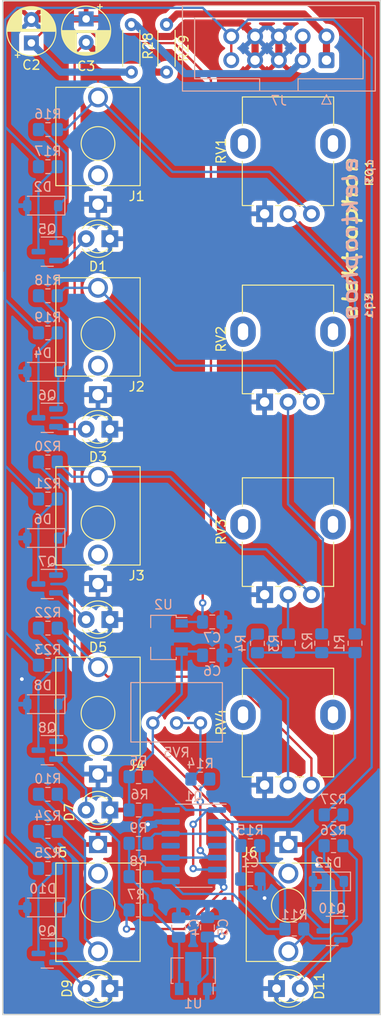
<source format=kicad_pcb>
(kicad_pcb (version 20221018) (generator pcbnew)
  (title_block (title "cp3") (date "1") (comment 1 "PCB for panel") (comment 2 "Moog like discrete mixer") (comment 4 "License CC BY 4.0 - Attribution 4.0 International"))
  (layers (0 "F.Cu" signal) (31 "B.Cu" signal) (34 "B.Paste" user) (35 "F.Paste" user) (36 "B.SilkS" user "B.Silkscreen") (37 "F.SilkS" user "F.Silkscreen") (38 "B.Mask" user) (39 "F.Mask" user) (44 "Edge.Cuts" user))
  (net 0 "")
  (net 1 "Net-(Q1A-B)")
  (net 2 "GND")
  (net 3 "+15V")
  (net 4 "-15V")
  (net 5 "-6V")
  (net 6 "+12V")
  (net 7 "Net-(D1-A)")
  (net 8 "Net-(D2-K)")
  (net 9 "Net-(D3-A)")
  (net 10 "Net-(D4-K)")
  (net 11 "Net-(D5-A)")
  (net 12 "Net-(D6-K)")
  (net 13 "Net-(D7-A)")
  (net 14 "Net-(D8-K)")
  (net 15 "Net-(D9-A)")
  (net 16 "Net-(D10-K)")
  (net 17 "Net-(D11-A)")
  (net 18 "Net-(D12-K)")
  (net 19 "/IN_a")
  (net 21 "/IN_b")
  (net 23 "/IN_c")
  (net 25 "/IN_d")
  (net 27 "/OUT_A")
  (net 29 "/OUT_B")
  (net 31 "/VN")
  (net 32 "/VP")
  (net 33 "+5V")
  (net 34 "Net-(Q1A-C)")
  (net 35 "Net-(Q1A-E)")
  (net 37 "Net-(Q1C-C)")
  (net 38 "Net-(Q1C-E)")
  (net 39 "Net-(Q1D-E)")
  (net 40 "Net-(Q1B-C)")
  (net 42 "Net-(Q5-C)")
  (net 43 "Net-(Q6-C)")
  (net 44 "Net-(Q7-C)")
  (net 45 "Net-(Q8-C)")
  (net 46 "Net-(Q9-C)")
  (net 47 "Net-(Q10-C)")
  (net 48 "/IN_1")
  (net 49 "/IN_2")
  (net 50 "/IN_3")
  (net 51 "/IN_4")
  (net 52 "Net-(R14-Pad2)")
  (footprint "LED_THT:LED_D3.0mm" (layer "F.Cu") (at 62.23 116.84 180)
    (fp_text reference "D5")
    (fp_text value "LED (Green)")
  )
  (footprint "Resistor_THT:R_Axial_DIN0204_L3.6mm_D1.6mm_P5.08mm_Horizontal" (layer "F.Cu") (at 64.516 53.34 -90)
    (fp_text reference "R28")
    (fp_text value "10")
  )
  (footprint "Resistor_THT:R_Axial_DIN0204_L3.6mm_D1.6mm_P5.08mm_Horizontal" (layer "F.Cu") (at 68.27 58.42 90)
    (fp_text reference "R29")
    (fp_text value "10")
  )
  (footprint "elektrophon:Potentiometer_Alpha_RD901F-40-00D_Single_Vertical" (layer "F.Cu") (at 81.28 86.12 90)
    (fp_text reference "RV2")
    (fp_text value "50k (A)")
  )
  (footprint "elektrophon:elektrophon logo" (layer "F.Cu") (at 88.9 76.2 90)
    (fp_text reference "REF**" hide)
    (fp_text value "elektrophon logo" hide)
  )
  (footprint "Capacitor_THT:CP_Radial_D5.0mm_P2.50mm" (layer "F.Cu") (at 59.69 52.745 -90)
    (fp_text reference "C3")
    (fp_text value "10u")
  )
  (footprint "Capacitor_THT:CP_Radial_D5.0mm_P2.50mm" (layer "F.Cu") (at 53.848 55.307113 90)
    (fp_text reference "C2")
    (fp_text value "10u")
  )
  (footprint "elektrophon:Jack_3.5mm_WQP-PJ398SM_Vertical" (layer "F.Cu") (at 60.96 106.52 180)
    (fp_text reference "J3")
    (fp_text value "PJ398SM")
  )
  (footprint "elektrophon:Jack_3.5mm_WQP-PJ398SM_Vertical" (layer "F.Cu") (at 60.96 86.36 180)
    (fp_text reference "J2")
    (fp_text value "PJ398SM")
  )
  (footprint "elektrophon:Jack_3.5mm_WQP-PJ398SM_Vertical" (layer "F.Cu") (at 60.96 147.32)
    (fp_text reference "J5")
    (fp_text value "PJ398SM")
  )
  (footprint "LED_THT:LED_D3.0mm" (layer "F.Cu") (at 62.23 156.21 180)
    (fp_text reference "D9")
    (fp_text value "LED (Red)")
  )
  (footprint "LED_THT:LED_D3.0mm" (layer "F.Cu") (at 62.23 76.2 180)
    (fp_text reference "D1")
    (fp_text value "LED (Green)")
  )
  (footprint "elektrophon:Jack_3.5mm_WQP-PJ398SM_Vertical" (layer "F.Cu") (at 60.96 66.04 180)
    (fp_text reference "J1")
    (fp_text value "PJ398SM")
  )
  (footprint "LED_THT:LED_D3.0mm" (layer "F.Cu") (at 80.01 156.21)
    (fp_text reference "D11")
    (fp_text value "LED (Red)")
  )
  (footprint "elektrophon:Potentiometer_Alpha_RD901F-40-00D_Single_Vertical" (layer "F.Cu") (at 81.28 66.04 90)
    (fp_text reference "RV1")
    (fp_text value "50k (A)")
  )
  (footprint "elektrophon:Potentiometer_Alpha_RD901F-40-00D_Single_Vertical" (layer "F.Cu") (at 81.28 106.68 90)
    (fp_text reference "RV3")
    (fp_text value "50k (A)")
  )
  (footprint "elektrophon:Potentiometer_Alpha_RD901F-40-00D_Single_Vertical" (layer "F.Cu") (at 81.28 127 90)
    (fp_text reference "RV4")
    (fp_text value "50k (A)")
  )
  (footprint "LED_THT:LED_D3.0mm" (layer "F.Cu") (at 62.23 137.16 180)
    (fp_text reference "D7")
    (fp_text value "LED (Green)")
  )
  (footprint "elektrophon:Jack_3.5mm_WQP-PJ398SM_Vertical" (layer "F.Cu") (at 60.96 126.84 180)
    (fp_text reference "J4")
    (fp_text value "PJ398SM")
  )
  (footprint "LED_THT:LED_D3.0mm" (layer "F.Cu") (at 62.23 96.52 180)
    (fp_text reference "D3")
    (fp_text value "LED (Green)")
  )
  (footprint "elektrophon:Jack_3.5mm_WQP-PJ398SM_Vertical" (layer "F.Cu") (at 81.28 147.32)
    (fp_text reference "J6")
    (fp_text value "PJ398SM")
  )
  (footprint "Potentiometer_THT:Potentiometer_Bourns_3299W_Vertical" (layer "B.Cu") (at 71.892 127.871)
    (fp_text reference "RV5")
    (fp_text value "100")
  )
  (footprint "Resistor_SMD:R_0805_2012Metric_Pad1.20x1.40mm_HandSolder" (layer "B.Cu") (at 86.106 137.672 180)
    (fp_text reference "R27")
    (fp_text value "5.1k")
  )
  (footprint "Resistor_SMD:R_0805_2012Metric_Pad1.20x1.40mm_HandSolder" (layer "B.Cu") (at 55.61 103.97635 180)
    (fp_text reference "R21")
    (fp_text value "5.1k")
  )
  (footprint "Package_TO_SOT_SMD:SOT-23" (layer "B.Cu") (at 55.54 113.04265 180)
    (fp_text reference "Q7")
    (fp_text value "MMBT3904")
  )
  (footprint "Capacitor_SMD:C_0805_2012Metric_Pad1.18x1.45mm_HandSolder" (layer "B.Cu") (at 77.216 144.526)
    (fp_text reference "C1")
    (fp_text value "3.3n")
  )
  (footprint "Resistor_SMD:R_0805_2012Metric_Pad1.20x1.40mm_HandSolder" (layer "B.Cu") (at 55.61 68.51115 180)
    (fp_text reference "R17")
    (fp_text value "5.1k")
  )
  (footprint "Diode_SMD:D_SOD-123" (layer "B.Cu") (at 85.55 144.78 180)
    (fp_text reference "D12")
    (fp_text value "1N4148W")
  )
  (footprint "Package_TO_SOT_SMD:SOT-23" (layer "B.Cu") (at 85.955 150.06 180)
    (fp_text reference "Q10")
    (fp_text value "MMBT3904")
  )
  (footprint "Package_TO_SOT_SMD:SOT-23" (layer "B.Cu") (at 55.54 77.57745 180)
    (fp_text reference "Q5")
    (fp_text value "MMBT3904")
  )
  (footprint "Resistor_SMD:R_0805_2012Metric_Pad1.20x1.40mm_HandSolder" (layer "B.Cu") (at 65.278 144.272 180)
    (fp_text reference "R8")
    (fp_text value "560")
  )
  (footprint "Resistor_SMD:R_0805_2012Metric_Pad1.20x1.40mm_HandSolder" (layer "B.Cu") (at 65.278 147.828)
    (fp_text reference "R7")
    (fp_text value "560")
  )
  (footprint "Resistor_SMD:R_0805_2012Metric_Pad1.20x1.40mm_HandSolder" (layer "B.Cu") (at 55.61 86.24375 180)
    (fp_text reference "R19")
    (fp_text value "5.1k")
  )
  (footprint "Resistor_SMD:R_0805_2012Metric_Pad1.20x1.40mm_HandSolder" (layer "B.Cu") (at 55.61 135.4834 180)
    (fp_text reference "R10")
    (fp_text value "100")
  )
  (footprint "Diode_SMD:D_SOD-123" (layer "B.Cu") (at 55.065 72.6693 180)
    (fp_text reference "D2")
    (fp_text value "1N4148W")
  )
  (footprint "Capacitor_SMD:C_0805_2012Metric_Pad1.18x1.45mm_HandSolder" (layer "B.Cu") (at 72.644 149.678 90)
    (fp_text reference "C5")
    (fp_text value "1.0u")
  )
  (footprint "Resistor_SMD:R_0805_2012Metric_Pad1.20x1.40mm_HandSolder" (layer "B.Cu") (at 55.61 82.2856 180)
    (fp_text reference "R18")
    (fp_text value "100k")
  )
  (footprint "Resistor_SMD:R_0805_2012Metric_Pad1.20x1.40mm_HandSolder" (layer "B.Cu") (at 55.61 64.553 180)
    (fp_text reference "R16")
    (fp_text value "100k")
  )
  (footprint "Resistor_SMD:R_0805_2012Metric_Pad1.20x1.40mm_HandSolder" (layer "B.Cu") (at 55.61 139.44155 180)
    (fp_text reference "R24")
    (fp_text value "100k")
  )
  (footprint "Package_SO:SOIC-14_3.9x8.7mm_P1.27mm" (layer "B.Cu") (at 71.185 140.97 180)
    (fp_text reference "Q1")
    (fp_text value "THAT340")
  )
  (footprint "Package_TO_SOT_SMD:SOT-23" (layer "B.Cu") (at 55.54 95.31005 180)
    (fp_text reference "Q6")
    (fp_text value "MMBT3904")
  )
  (footprint "Connector_IDC:IDC-Header_2x05_P2.54mm_Vertical" (layer "B.Cu") (at 85.344 57.15 90)
    (fp_text reference "J7")
    (fp_text value "IDC_Header")
  )
  (footprint "Resistor_SMD:R_0805_2012Metric_Pad1.20x1.40mm_HandSolder" (layer "B.Cu") (at 86.095 140.97 180)
    (fp_text reference "R26")
    (fp_text value "100k")
  )
  (footprint "Resistor_SMD:R_0805_2012Metric_Pad1.20x1.40mm_HandSolder" (layer "B.Cu") (at 88.392 119.364 -90)
    (fp_text reference "R1")
    (fp_text value "22k")
  )
  (footprint "Package_TO_SOT_SMD:SOT-23" (layer "B.Cu") (at 55.54 152.466 180)
    (fp_text reference "Q9")
    (fp_text value "MMBT3904")
  )
  (footprint "Resistor_SMD:R_0805_2012Metric_Pad1.20x1.40mm_HandSolder" (layer "B.Cu") (at 77.216 140.97 180)
    (fp_text reference "R15")
    (fp_text value "47k")
  )
  (footprint "Resistor_SMD:R_0805_2012Metric_Pad1.20x1.40mm_HandSolder" (layer "B.Cu") (at 65.278 140.716 180)
    (fp_text reference "R9")
    (fp_text value "6.8k")
  )
  (footprint "Resistor_SMD:R_0805_2012Metric_Pad1.20x1.40mm_HandSolder" (layer "B.Cu") (at 84.836 119.364 90)
    (fp_text reference "R2")
    (fp_text value "22k")
  )
  (footprint "Package_TO_SOT_SMD:SOT-23" (layer "B.Cu") (at 55.54 130.77525 180)
    (fp_text reference "Q8")
    (fp_text value "MMBT3904")
  )
  (footprint "Capacitor_SMD:C_0805_2012Metric_Pad1.18x1.45mm_HandSolder" (layer "B.Cu") (at 73.152 120.65)
    (fp_text reference "C6")
    (fp_text value "0.33u")
  )
  (footprint "Resistor_SMD:R_0805_2012Metric_Pad1.20x1.40mm_HandSolder" (layer "B.Cu") (at 65.278 133.604 180)
    (fp_text reference "R5")
    (fp_text value "15k")
  )
  (footprint "Resistor_SMD:R_0805_2012Metric_Pad1.20x1.40mm_HandSolder" (layer "B.Cu") (at 55.61 117.7508 180)
    (fp_text reference "R22")
    (fp_text value "100k")
  )
  (footprint "Resistor_SMD:R_0805_2012Metric_Pad1.20x1.40mm_HandSolder" (layer "B.Cu") (at 81.915 149.86)
    (fp_text reference "R11")
    (fp_text value "100")
  )
  (footprint "Resistor_SMD:R_0805_2012Metric_Pad1.20x1.40mm_HandSolder" (layer "B.Cu") (at 55.61 100.0182 180)
    (fp_text reference "R20")
    (fp_text value "100k")
  )
  (footprint "Resistor_SMD:R_0805_2012Metric_Pad1.20x1.40mm_HandSolder" (layer "B.Cu") (at 77.978 119.38 90)
    (fp_text reference "R4")
    (fp_text value "22k")
  )
  (footprint "Package_TO_SOT_SMD:SOT-89-3" (layer "B.Cu") (at 67.945 118.745 180)
    (fp_text reference "U2")
    (fp_text value "uA7812")
  )
  (footprint "Package_TO_SOT_SMD:SOT-89-3" (layer "B.Cu") (at 71.12 154.305 90)
    (fp_text reference "U1")
    (fp_text value "NJM79L06")
  )
  (footprint "Resistor_SMD:R_0805_2012Metric_Pad1.20x1.40mm_HandSolder" (layer "B.Cu") (at 55.61 143.3997 180)
    (fp_text reference "R25")
    (fp_text value "5.1k")
  )
  (footprint "Capacitor_SMD:C_0805_2012Metric_Pad1.18x1.45mm_HandSolder" (layer "B.Cu") (at 73.152 117.094)
    (fp_text reference "C7")
    (fp_text value "0.01")
  )
  (footprint "Resistor_SMD:R_0805_2012Metric_Pad1.20x1.40mm_HandSolder" (layer "B.Cu") (at 65.278 137.16)
    (fp_text reference "R6")
    (fp_text value "15k")
  )
  (footprint "Diode_SMD:D_SOD-123" (layer "B.Cu") (at 55.065 90.4019 180)
    (fp_text reference "D4")
    (fp_text value "1N4148W")
  )
  (footprint "Resistor_SMD:R_0805_2012Metric_Pad1.20x1.40mm_HandSolder" (layer "B.Cu") (at 55.61 121.70895 180)
    (fp_text reference "R23")
    (fp_text value "5.1k")
  )
  (footprint "Resistor_SMD:R_0805_2012Metric_Pad1.20x1.40mm_HandSolder" (layer "B.Cu") (at 81.28 119.364 90)
    (fp_text reference "R3")
    (fp_text value "22k")
  )
  (footprint "Resistor_SMD:R_0805_2012Metric_Pad1.20x1.40mm_HandSolder" (layer "B.Cu") (at 71.882 133.858 180)
    (fp_text reference "R14")
    (fp_text value "200")
  )
  (footprint "Diode_SMD:D_SOD-123" (layer "B.Cu") (at 55.065 147.55785 180)
    (fp_text reference "D10")
    (fp_text value "1N4148W")
  )
  (footprint "Diode_SMD:D_SOD-123" (layer "B.Cu") (at 55.065 108.1345 180)
    (fp_text reference "D6")
    (fp_text value "1N4148W")
  )
  (footprint "Capacitor_SMD:C_0805_2012Metric_Pad1.18x1.45mm_HandSolder" (layer "B.Cu") (at 69.562 149.6995 90)
    (fp_text reference "C4")
    (fp_text value "0.33u")
  )
  (footprint "Diode_SMD:D_SOD-123" (layer "B.Cu") (at 55.065 125.8671 180)
    (fp_text reference "D8")
    (fp_text value "1N4148W")
  )
  (gr_line (start 50.8 50.8) (end 50.8 158.98) (stroke (width 0.15)) (layer "Edge.Cuts"))
  (gr_line (start 91.1 158.98) (end 50.8 158.98) (stroke (width 0.15)) (layer "Edge.Cuts"))
  (gr_line (start 50.8 50.8) (end 91.1 50.8) (stroke (width 0.15)) (layer "Edge.Cuts"))
  (gr_line (start 91.1 50.8) (end 91.1 158.98) (stroke (width 0.15)) (layer "Edge.Cuts"))
  (segment (start 81.542412 138.43) (end 73.66 138.43) (width 0.25) (layer "B.Cu") (net 1))
  (segment (start 76.216 140.609249) (end 74.036751 138.43) (width 0.25) (layer "B.Cu") (net 1))
  (segment (start 76.1785 144.526) (end 76.1785 141.0075) (width 0.25) (layer "B.Cu") (net 1))
  (segment (start 88.392 120.364) (end 77.994 120.364) (width 0.25) (layer "B.Cu") (net 1))
  (segment (start 88.392 131.580412) (end 81.542412 138.43) (width 0.25) (layer "B.Cu") (net 1))
  (segment (start 76.1785 141.0075) (end 76.216 140.97) (width 0.25) (layer "B.Cu") (net 1))
  (segment (start 88.392 120.364) (end 88.392 131.580412) (width 0.25) (layer "B.Cu") (net 1))
  (segment (start 74.036751 138.43) (end 73.66 138.43) (width 0.25) (layer "B.Cu") (net 1))
  (segment (start 76.216 140.97) (end 76.216 140.609249) (width 0.25) (layer "B.Cu") (net 1))
  (segment (start 77.994 120.364) (end 77.978 120.38) (width 0.25) (layer "B.Cu") (net 1))
  (segment (start 61.252 52.745) (end 59.69 52.745) (width 0.762) (layer "F.Cu") (net 2))
  (segment (start 77.724 54.61) (end 76.293 53.179) (width 0.762) (layer "F.Cu") (net 2))
  (segment (start 59.69 52.745) (end 53.910113 52.745) (width 0.762) (layer "F.Cu") (net 2))
  (segment (start 63.128 54.621) (end 61.252 52.745) (width 0.762) (layer "F.Cu") (net 2))
  (segment (start 68.823 54.621) (end 63.128 54.621) (width 0.762) (layer "F.Cu") (net 2))
  (segment (start 80.264 54.61) (end 80.264 57.15) (width 0.762) (layer "F.Cu") (net 2))
  (segment (start 70.265 53.179) (end 68.823 54.621) (width 0.762) (layer "F.Cu") (net 2))
  (segment (start 53.910113 52.745) (end 53.848 52.807113) (width 0.762) (layer "F.Cu") (net 2))
  (segment (start 76.293 53.179) (end 70.265 53.179) (width 0.762) (layer "F.Cu") (net 2))
  (segment (start 77.724 54.61) (end 77.724 57.15) (width 0.762) (layer "F.Cu") (net 2))
  (via (at 84.328 143.002) (size 0.8) (drill 0.4) (layers "F.Cu" "B.Cu") (net 2))
  (via (at 66.294 138.684) (size 0.8) (drill 0.4) (layers "F.Cu" "B.Cu") (net 2))
  (via (at 52.832 123.19) (size 0.8) (drill 0.4) (layers "F.Cu" "B.Cu") (net 2))
  (via (at 78.74 146.558) (size 0.8) (drill 0.4) (layers "F.Cu" "B.Cu") (net 2))
  (segment (start 83.9 144.78) (end 83.9 143.43) (width 0.25) (layer "B.Cu") (net 2))
  (segment (start 69.562 148.662) (end 69.696 148.662) (width 0.25) (layer "B.Cu") (net 2))
  (segment (start 68.71 138.43) (end 66.548 138.43) (width 0.25) (layer "B.Cu") (net 2))
  (segment (start 78.74 146.558) (end 78.74 145.0125) (width 0.25) (layer "B.Cu") (net 2))
  (segment (start 66.548 138.43) (end 66.294 138.684) (width 0.25) (layer "B.Cu") (net 2))
  (segment (start 78.74 145.0125) (end 78.2535 144.526) (width 0.25) (layer "B.Cu") (net 2))
  (segment (start 83.9 143.43) (end 84.328 143.002) (width 0.25) (layer "B.Cu") (net 2))
  (segment (start 73.015 59.226566) (end 69.115434 55.327) (width 0.25) (layer "F.Cu") (net 3))
  (segment (start 60.216 54.12) (end 55.035113 54.12) (width 0.25) (layer "F.Cu") (net 3))
  (segment (start 61.423 55.327) (end 60.216 54.12) (width 0.25) (layer "F.Cu") (net 3))
  (segment (start 73.015 113.03) (end 73.015 59.226566) (width 0.25) (layer "F.Cu") (net 3))
  (segment (start 55.035113 54.12) (end 53.848 55.307113) (width 0.25) (layer "F.Cu") (net 3))
  (segment (start 69.115434 55.327) (end 61.423 55.327) (width 0.25) (layer "F.Cu") (net 3))
  (segment (start 72.136 115.062) (end 72.136 113.909) (width 0.25) (layer "F.Cu") (net 3))
  (segment (start 72.136 113.909) (end 73.015 113.03) (width 0.25) (layer "F.Cu") (net 3))
  (via (at 72.136 115.062) (size 0.8) (drill 0.4) (layers "F.Cu" "B.Cu") (net 3))
  (segment (start 72.1145 117.094) (end 70.046 117.094) (width 0.25) (layer "B.Cu") (net 3))
  (segment (start 70.046 117.094) (end 69.895 117.245) (width 0.25) (layer "B.Cu") (net 3))
  (segment (start 72.1145 117.094) (end 72.1145 115.0835) (width 0.25) (layer "B.Cu") (net 3))
  (segment (start 72.1145 115.0835) (end 72.136 115.062) (width 0.25) (layer "B.Cu") (net 3))
  (segment (start 56.960887 58.42) (end 53.848 55.307113) (width 0.762) (layer "B.Cu") (net 3))
  (segment (start 64.516 58.42) (end 56.960887 58.42) (width 0.762) (layer "B.Cu") (net 3))
  (segment (start 61.584 57.139) (end 59.69 55.245) (width 0.762) (layer "F.Cu") (net 4))
  (segment (start 75.311 138.675402) (end 75.311 149.479) (width 0.25) (layer "F.Cu") (net 4))
  (segment (start 58.465 56.47) (end 58.465 121.829402) (width 0.25) (layer "F.Cu") (net 4))
  (segment (start 67.067 58.42) (end 65.786 57.139) (width 0.762) (layer "F.Cu") (net 4))
  (segment (start 68.27 58.42) (end 67.067 58.42) (width 0.762) (layer "F.Cu") (net 4))
  (segment (start 75.311 149.479) (end 74.168 150.622) (width 0.25) (layer "F.Cu") (net 4))
  (segment (start 65.786 57.139) (end 61.584 57.139) (width 0.762) (layer "F.Cu") (net 4))
  (segment (start 59.69 55.245) (end 58.465 56.47) (width 0.25) (layer "F.Cu") (net 4))
  (segment (start 58.465 121.829402) (end 75.311 138.675402) (width 0.25) (layer "F.Cu") (net 4))
  (via (at 74.168 150.622) (size 0.8) (drill 0.4) (layers "F.Cu" "B.Cu") (net 4))
  (segment (start 72.644 154.6435) (end 71.12 156.1675) (width 0.25) (layer "B.Cu") (net 4))
  (segment (start 72.7375 150.622) (end 74.168 150.622) (width 0.25) (layer "B.Cu") (net 4))
  (segment (start 72.644 150.7155) (end 72.7375 150.622) (width 0.25) (layer "B.Cu") (net 4))
  (segment (start 72.644 150.7155) (end 72.644 154.6435) (width 0.25) (layer "B.Cu") (net 4))
  (segment (start 64.278 140.716) (end 64.278 144.272) (width 0.25) (layer "B.Cu") (net 5))
  (segment (start 66.653 147.828) (end 69.562 150.737) (width 0.25) (layer "B.Cu") (net 5))
  (segment (start 64.278 144.272) (end 66.278 146.272) (width 0.25) (layer "B.Cu") (net 5))
  (segment (start 66.278 147.828) (end 66.653 147.828) (width 0.25) (layer "B.Cu") (net 5))
  (segment (start 69.62 150.795) (end 69.562 150.737) (width 0.25) (layer "B.Cu") (net 5))
  (segment (start 69.62 156.255) (end 69.62 150.795) (width 0.25) (layer "B.Cu") (net 5))
  (segment (start 66.278 146.272) (end 66.278 147.828) (width 0.25) (layer "B.Cu") (net 5))
  (segment (start 69.895 124.788) (end 69.895 120.245) (width 0.25) (layer "B.Cu") (net 6))
  (segment (start 66.812 131.07) (end 64.278 133.604) (width 0.25) (layer "B.Cu") (net 6))
  (segment (start 69.895 120.245) (end 71.7095 120.245) (width 0.25) (layer "B.Cu") (net 6))
  (segment (start 64.278 133.604) (end 64.278 137.16) (width 0.25) (layer "B.Cu") (net 6))
  (segment (start 66.812 127.871) (end 66.812 131.07) (width 0.25) (layer "B.Cu") (net 6))
  (segment (start 71.7095 120.245) (end 72.1145 120.65) (width 0.25) (layer "B.Cu") (net 6))
  (segment (start 66.812 127.871) (end 69.895 124.788) (width 0.25) (layer "B.Cu") (net 6))
  (segment (start 56.4775 78.52745) (end 57.36255 78.52745) (width 0.25) (layer "B.Cu") (net 7))
  (segment (start 57.36255 78.52745) (end 59.69 76.2) (width 0.25) (layer "B.Cu") (net 7))
  (segment (start 54.61 64.553) (end 54.996827 64.553) (width 0.25) (layer "B.Cu") (net 8))
  (segment (start 57.535 67.091173) (end 57.535 67.818) (width 0.25) (layer "B.Cu") (net 8))
  (segment (start 54.996827 64.553) (end 57.535 67.091173) (width 0.25) (layer "B.Cu") (net 8))
  (segment (start 57.535 69.596) (end 57.535 70.16) (width 0.25) (layer "B.Cu") (net 8))
  (segment (start 57.535 67.818) (end 57.535 71.8493) (width 0.25) (layer "B.Cu") (net 8))
  (segment (start 56.4775 76.62745) (end 56.4775 72.9068) (width 0.25) (layer "B.Cu") (net 8))
  (segment (start 57.535 67.818) (end 57.535 69.596) (width 0.25) (layer "B.Cu") (net 8))
  (segment (start 57.535 71.8493) (end 56.715 72.6693) (width 0.25) (layer "B.Cu") (net 8))
  (segment (start 56.4775 72.9068) (end 56.715 72.6693) (width 0.25) (layer "B.Cu") (net 8))
  (segment (start 56.73745 96.52) (end 59.69 96.52) (width 0.25) (layer "B.Cu") (net 9))
  (segment (start 56.4775 96.26005) (end 56.73745 96.52) (width 0.25) (layer "B.Cu") (net 9))
  (segment (start 54.61 82.2856) (end 57.535 85.2106) (width 0.25) (layer "B.Cu") (net 10))
  (segment (start 56.4775 94.36005) (end 56.715 94.12255) (width 0.25) (layer "B.Cu") (net 10))
  (segment (start 57.535 85.2106) (end 57.535 89.5819) (width 0.25) (layer "B.Cu") (net 10))
  (segment (start 57.535 89.5819) (end 56.715 90.4019) (width 0.25) (layer "B.Cu") (net 10))
  (segment (start 56.715 94.12255) (end 56.715 90.4019) (width 0.25) (layer "B.Cu") (net 10))
  (segment (start 56.84265 113.99265) (end 59.69 116.84) (width 0.25) (layer "B.Cu") (net 11))
  (segment (start 56.4775 113.99265) (end 56.84265 113.99265) (width 0.25) (layer "B.Cu") (net 11))
  (segment (start 56.4775 108.372) (end 56.715 108.1345) (width 0.25) (layer "B.Cu") (net 12))
  (segment (start 56.4775 112.09265) (end 56.4775 108.372) (width 0.25) (layer "B.Cu") (net 12))
  (segment (start 54.61 100.0182) (end 54.61 100.33) (width 0.25) (layer "B.Cu") (net 12))
  (segment (start 57.535 103.255) (end 57.535 107.3145) (width 0.25) (layer "B.Cu") (net 12))
  (segment (start 54.61 100.33) (end 57.535 103.255) (width 0.25) (layer "B.Cu") (net 12))
  (segment (start 57.535 107.3145) (end 56.715 108.1345) (width 0.25) (layer "B.Cu") (net 12))
  (segment (start 59.69 134.93775) (end 59.69 137.16) (width 0.25) (layer "B.Cu") (net 13))
  (segment (start 56.4775 131.72525) (end 59.69 134.93775) (width 0.25) (layer "B.Cu") (net 13))
  (segment (start 54.61 118.095777) (end 57.535 121.020777) (width 0.25) (layer "B.Cu") (net 14))
  (segment (start 54.61 117.7508) (end 54.61 118.095777) (width 0.25) (layer "B.Cu") (net 14))
  (segment (start 57.535 125.0471) (end 56.715 125.8671) (width 0.25) (layer "B.Cu") (net 14))
  (segment (start 57.535 121.020777) (end 57.535 125.0471) (width 0.25) (layer "B.Cu") (net 14))
  (segment (start 56.4775 129.82525) (end 56.715 129.58775) (width 0.25) (layer "B.Cu") (net 14))
  (segment (start 56.715 129.58775) (end 56.715 125.8671) (width 0.25) (layer "B.Cu") (net 14))
  (segment (start 56.896 153.416) (end 59.69 156.21) (width 0.25) (layer "B.Cu") (net 15))
  (segment (start 56.4775 153.416) (end 56.896 153.416) (width 0.25) (layer "B.Cu") (net 15))
  (segment (start 54.61 139.44155) (end 54.61 139.7) (width 0.25) (layer "B.Cu") (net 16))
  (segment (start 56.4775 147.79535) (end 56.4775 151.516) (width 0.25) (layer "B.Cu") (net 16))
  (segment (start 57.535 142.625) (end 57.535 146.73785) (width 0.25) (layer "B.Cu") (net 16))
  (segment (start 54.61 139.7) (end 57.535 142.625) (width 0.25) (layer "B.Cu") (net 16))
  (segment (start 56.715 147.55785) (end 56.4775 147.79535) (width 0.25) (layer "B.Cu") (net 16))
  (segment (start 57.535 146.73785) (end 56.715 147.55785) (width 0.25) (layer "B.Cu") (net 16))
  (segment (start 82.55 155.3525) (end 86.8925 151.01) (width 0.25) (layer "B.Cu") (net 17))
  (segment (start 82.55 156.21) (end 82.55 155.3525) (width 0.25) (layer "B.Cu") (net 17))
  (segment (start 87.2 148.8025) (end 87.2 144.78) (width 0.25) (layer "B.Cu") (net 18))
  (segment (start 86.8925 149.11) (end 87.2 148.8025) (width 0.25) (layer "B.Cu") (net 18))
  (segment (start 85.095 142.675) (end 87.2 144.78) (width 0.25) (layer "B.Cu") (net 18))
  (segment (start 85.095 140.97) (end 85.095 142.675) (width 0.25) (layer "B.Cu") (net 18))
  (segment (start 57.527 64.553) (end 56.61 64.553) (width 0.25) (layer "B.Cu") (net 19))
  (segment (start 68.9071 69.0671) (end 60.96 61.12) (width 0.25) (layer "B.Cu") (net 19))
  (segment (start 60.96 61.12) (end 57.527 64.553) (width 0.25) (layer "B.Cu") (net 19))
  (segment (start 83.74 73.54) (end 79.2671 69.0671) (width 0.25) (layer "B.Cu") (net 19))
  (segment (start 79.2671 69.0671) (end 68.9071 69.0671) (width 0.25) (layer "B.Cu") (net 19))
  (segment (start 56.61 82.2856) (end 57.4556 81.44) (width 0.25) (layer "B.Cu") (net 21))
  (segment (start 69.268 89.748) (end 79.868 89.748) (width 0.25) (layer "B.Cu") (net 21))
  (segment (start 60.96 81.44) (end 69.268 89.748) (width 0.25) (layer "B.Cu") (net 21))
  (segment (start 57.4556 81.44) (end 60.96 81.44) (width 0.25) (layer "B.Cu") (net 21))
  (segment (start 79.868 89.748) (end 83.74 93.62) (width 0.25) (layer "B.Cu") (net 21))
  (segment (start 58.1918 101.6) (end 56.61 100.0182) (width 0.25) (layer "B.Cu") (net 23))
  (segment (start 68.66 101.6) (end 76.3925 109.3325) (width 0.25) (layer "B.Cu") (net 23))
  (segment (start 78.8925 109.3325) (end 83.74 114.18) (width 0.25) (layer "B.Cu") (net 23))
  (segment (start 60.96 101.6) (end 58.1918 101.6) (width 0.25) (layer "B.Cu") (net 23))
  (segment (start 60.96 101.6) (end 68.66 101.6) (width 0.25) (layer "B.Cu") (net 23))
  (segment (start 76.3925 109.3325) (end 78.8925 109.3325) (width 0.25) (layer "B.Cu") (net 23))
  (segment (start 61.976 122.936) (end 60.96 121.92) (width 0.25) (layer "F.Cu") (net 25))
  (segment (start 83.74 131.65705) (end 75.01895 122.936) (width 0.25) (layer "F.Cu") (net 25))
  (segment (start 83.74 134.5) (end 83.74 131.65705) (width 0.25) (layer "F.Cu") (net 25))
  (segment (start 75.01895 122.936) (end 61.976 122.936) (width 0.25) (layer "F.Cu") (net 25))
  (segment (start 60.96 121.92) (end 56.7908 117.7508) (width 0.25) (layer "B.Cu") (net 25))
  (segment (start 56.7908 117.7508) (end 56.61 117.7508) (width 0.25) (layer "B.Cu") (net 25))
  (segment (start 59.57 142.40155) (end 59.57 143.256) (width 0.25) (layer "B.Cu") (net 27))
  (segment (start 59.57 143.256) (end 59.57 150.85) (width 0.25) (layer "B.Cu") (net 27))
  (segment (start 59.57 150.85) (end 60.96 152.24) (width 0.25) (layer "B.Cu") (net 27))
  (segment (start 59.57 140.4434) (end 54.61 135.4834) (width 0.25) (layer "B.Cu") (net 27))
  (segment (start 59.57 143.256) (end 59.57 140.4434) (width 0.25) (layer "B.Cu") (net 27))
  (segment (start 56.61 139.44155) (end 59.57 142.40155) (width 0.25) (layer "B.Cu") (net 27))
  (segment (start 82.915 150.605) (end 82.915 149.86) (width 0.25) (layer "B.Cu") (net 29))
  (segment (start 88.5717 148.840051) (end 87.043751 150.368) (width 0.25) (layer "B.Cu") (net 29))
  (segment (start 81.28 152.24) (end 82.915 150.605) (width 0.25) (layer "B.Cu") (net 29))
  (segment (start 88.5717 142.4467) (end 88.5717 148.840051) (width 0.25) (layer "B.Cu") (net 29))
  (segment (start 86.118751 150.368) (end 85.610751 150.876) (width 0.25) (layer "B.Cu") (net 29))
  (segment (start 85.610751 150.876) (end 83.931 150.876) (width 0.25) (layer "B.Cu") (net 29))
  (segment (start 87.095 140.97) (end 88.5717 142.4467) (width 0.25) (layer "B.Cu") (net 29))
  (segment (start 87.043751 150.368) (end 86.118751 150.368) (width 0.25) (layer "B.Cu") (net 29))
  (segment (start 83.931 150.876) (end 82.915 149.86) (width 0.25) (layer "B.Cu") (net 29))
  (segment (start 85.344 54.61) (end 85.344 57.15) (width 0.762) (layer "F.Cu") (net 31))
  (segment (start 69.392501 52.217499) (end 68.27 53.34) (width 0.762) (layer "F.Cu") (net 31))
  (segment (start 82.951499 52.217499) (end 69.392501 52.217499) (width 0.762) (layer "F.Cu") (net 31))
  (segment (start 85.344 54.61) (end 82.951499 52.217499) (width 0.762) (layer "F.Cu") (net 31))
  (segment (start 82.804 54.61) (end 82.804 57.15) (width 0.762) (layer "F.Cu") (net 32))
  (segment (start 82.804 57.15) (end 81.373 58.581) (width 0.762) (layer "B.Cu") (net 32))
  (segment (start 65.001608 53.34) (end 64.516 53.34) (width 0.762) (layer "B.Cu") (net 32))
  (segment (start 81.373 58.581) (end 70.242608 58.581) (width 0.762) (layer "B.Cu") (net 32))
  (segment (start 70.242608 58.581) (end 65.001608 53.34) (width 0.762) (layer "B.Cu") (net 32))
  (segment (start 75.184 54.61) (end 75.184 57.15) (width 0.25) (layer "F.Cu") (net 33))
  (segment (start 51.054 64.008) (end 51.054 79.756) (width 0.25) (layer "B.Cu") (net 33))
  (segment (start 52.324 51.562) (end 72.136 51.562) (width 0.25) (layer "B.Cu") (net 33))
  (segment (start 76.962 52.832) (end 75.184 54.61) (width 0.25) (layer "B.Cu") (net 33))
  (segment (start 51 79.81) (end 51.054 79.756) (width 0.25) (layer "B.Cu") (net 33))
  (segment (start 72.136 51.562) (end 75.184 54.61) (width 0.25) (layer "B.Cu") (net 33))
  (segment (start 51.054 61.976) (end 51.054 52.832) (width 0.25) (layer "B.Cu") (net 33))
  (segment (start 51.054 139.8437) (end 51.054 115.57) (width 0.25) (layer "B.Cu") (net 33))
  (segment (start 86.106 52.832) (end 76.962 52.832) (width 0.25) (layer "B.Cu") (net 33))
  (segment (start 90.17 56.896) (end 86.106 52.832) (width 0.25) (layer "B.Cu") (net 33))
  (segment (start 51 82.63375) (end 51 79.81) (width 0.25) (layer "B.Cu") (net 33))
  (segment (start 51.054 52.832) (end 52.324 51.562) (width 0.25) (layer "B.Cu") (net 33))
  (segment (start 51.054 64.262) (end 54.61 67.818) (width 0.25) (layer "B.Cu") (net 33))
  (segment (start 54.61 103.97635) (end 51.054 100.42035) (width 0.25) (layer "B.Cu") (net 33))
  (segment (start 51.054 81.788) (end 51.054 97.79) (width 0.25) (layer "B.Cu") (net 33))
  (segment (start 51.054 139.8437) (end 54.61 143.3997) (width 0.25) (layer "B.Cu") (net 33))
  (segment (start 51.054 79.756) (end 51.054 81.788) (width 0.25) (layer "B.Cu") (net 33))
  (segment (start 51.054 61.976) (end 51.054 64.008) (width 0.25) (layer "B.Cu") (net 33))
  (segment (start 51.054 97.79) (end 51.054 115.57) (width 0.25) (layer "B.Cu") (net 33))
  (segment (start 54.61 86.24375) (end 51 82.63375) (width 0.25) (layer "B.Cu") (net 33))
  (segment (start 51.054 61.976) (end 51.054 64.262) (width 0.25) (layer "B.Cu") (net 33))
  (segment (start 51.054 115.57) (end 51.054 118.15295) (width 0.25) (layer "B.Cu") (net 33))
  (segment (start 51.054 118.15295) (end 54.61 121.70895) (width 0.25) (layer "B.Cu") (net 33))
  (segment (start 51.054 100.42035) (end 51.054 97.79) (width 0.25) (layer "B.Cu") (net 33))
  (segment (start 90.17 132.608) (end 90.17 56.896) (width 0.25) (layer "B.Cu") (net 33))
  (segment (start 85.106 137.672) (end 90.17 132.608) (width 0.25) (layer "B.Cu") (net 33))
  (segment (start 71.12 138.684) (end 71.12 143.4105) (width 0.25) (layer "F.Cu") (net 34))
  (via (at 71.12 143.4105) (size 0.8) (drill 0.4) (layers "F.Cu" "B.Cu") (net 34))
  (via (at 71.12 138.684) (size 0.8) (drill 0.4) (layers "F.Cu" "B.Cu") (net 34))
  (segment (start 66.800751 133.604) (end 66.278 133.604) (width 0.25) (layer "B.Cu") (net 34))
  (segment (start 73.66 143.51) (end 71.2195 143.51) (width 0.25) (layer "B.Cu") (net 34))
  (segment (start 73.66 137.16) (end 72.644 137.16) (width 0.25) (layer "B.Cu") (net 34))
  (segment (start 73.66 137.16) (end 70.356751 137.16) (width 0.25) (layer "B.Cu") (net 34))
  (segment (start 71.2195 143.51) (end 71.12 143.4105) (width 0.25) (layer "B.Cu") (net 34))
  (segment (start 72.644 137.16) (end 71.12 138.684) (width 0.25) (layer "B.Cu") (net 34))
  (segment (start 70.356751 137.16) (end 66.800751 133.604) (width 0.25) (layer "B.Cu") (net 34))
  (segment (start 66.278 140.462) (end 67.04 139.7) (width 0.25) (layer "B.Cu") (net 35))
  (segment (start 67.04 139.7) (end 68.71 139.7) (width 0.25) (layer "B.Cu") (net 35))
  (segment (start 73.66 139.7) (end 68.71 139.7) (width 0.25) (layer "B.Cu") (net 35))
  (segment (start 71.882 141.478) (end 71.882 136.271) (width 0.25) (layer "F.Cu") (net 37))
  (via (at 71.882 136.271) (size 0.8) (drill 0.4) (layers "F.Cu" "B.Cu") (net 37))
  (via (at 71.882 141.478) (size 0.8) (drill 0.4) (layers "F.Cu" "B.Cu") (net 37))
  (segment (start 71.882 141.478) (end 72.644 142.24) (width 0.25) (layer "B.Cu") (net 37))
  (segment (start 68.71 142.24) (end 73.66 142.24) (width 0.25) (layer "B.Cu") (net 37))
  (segment (start 72.644 142.24) (end 73.66 142.24) (width 0.25) (layer "B.Cu") (net 37))
  (segment (start 71.882 134.858) (end 72.882 133.858) (width 0.25) (layer "B.Cu") (net 37))
  (segment (start 71.882 136.271) (end 71.882 134.858) (width 0.25) (layer "B.Cu") (net 37))
  (segment (start 70.136163 149.86) (end 74.383783 145.61238) (width 0.25) (layer "F.Cu") (net 38))
  (segment (start 64.008 149.86) (end 70.136163 149.86) (width 0.25) (layer "F.Cu") (net 38))
  (segment (start 74.383783 145.61238) (end 74.383783 145.389) (width 0.25) (layer "F.Cu") (net 38))
  (via (at 64.008 149.86) (size 0.8) (drill 0.4) (layers "F.Cu" "B.Cu") (net 38))
  (via (at 74.383783 145.389) (size 0.8) (drill 0.4) (layers "F.Cu" "B.Cu") (net 38))
  (segment (start 63.21 140.56) (end 62.096 139.446) (width 0.25) (layer "B.Cu") (net 38))
  (segment (start 60.243588 139.446) (end 56.61 135.812412) (width 0.25) (layer "B.Cu") (net 38))
  (segment (start 73.66 144.78) (end 74.269 145.389) (width 0.25) (layer "B.Cu") (net 38))
  (segment (start 74.269 145.389) (end 74.383783 145.389) (width 0.25) (layer "B.Cu") (net 38))
  (segment (start 64.008 149.86) (end 64.008 148.225) (width 0.25) (layer "B.Cu") (net 38))
  (segment (start 64.008 148.225) (end 64.151 148.082) (width 0.25) (layer "B.Cu") (net 38))
  (segment (start 63.21 147.141) (end 63.21 140.56) (width 0.25) (layer "B.Cu") (net 38))
  (segment (start 62.096 139.446) (end 60.243588 139.446) (width 0.25) (layer "B.Cu") (net 38))
  (segment (start 56.61 135.812412) (end 56.61 135.4834) (width 0.25) (layer "B.Cu") (net 38))
  (segment (start 64.151 148.082) (end 63.21 147.141) (width 0.25) (layer "B.Cu") (net 38))
  (segment (start 78.216 142.841757) (end 80.915 145.540757) (width 0.25) (layer "B.Cu") (net 39))
  (segment (start 80.915 145.540757) (end 80.915 149.86) (width 0.25) (layer "B.Cu") (net 39))
  (segment (start 68.71 144.78) (end 66.786 144.78) (width 0.25) (layer "B.Cu") (net 39))
  (segment (start 78.216 140.97) (end 78.216 142.841757) (width 0.25) (layer "B.Cu") (net 39))
  (segment (start 70.0435 146.1135) (end 75.3745 146.1135) (width 0.25) (layer "B.Cu") (net 39))
  (segment (start 68.71 144.78) (end 70.0435 146.1135) (width 0.25) (layer "B.Cu") (net 39))
  (segment (start 75.3745 146.1135) (end 79.121 149.86) (width 0.25) (layer "B.Cu") (net 39))
  (segment (start 79.121 149.86) (end 80.915 149.86) (width 0.25) (layer "B.Cu") (net 39))
  (segment (start 66.786 144.78) (end 66.278 144.272) (width 0.25) (layer "B.Cu") (net 39))
  (segment (start 65.353 142.187999) (end 65.913001 142.748) (width 0.25) (layer "B.Cu") (net 40))
  (segment (start 65.353 138.212) (end 65.353 142.187999) (width 0.25) (layer "B.Cu") (net 40))
  (segment (start 68.71 137.16) (end 66.405 137.16) (width 0.25) (layer "B.Cu") (net 40))
  (segment (start 65.913001 142.748) (end 67.571249 142.748) (width 0.25) (layer "B.Cu") (net 40))
  (segment (start 66.405 137.16) (end 65.353 138.212) (width 0.25) (layer "B.Cu") (net 40))
  (segment (start 67.571249 142.748) (end 68.333249 143.51) (width 0.25) (layer "B.Cu") (net 40))
  (segment (start 68.333249 143.51) (end 68.71 143.51) (width 0.25) (layer "B.Cu") (net 40))
  (segment (start 54.6025 70.51865) (end 54.6025 77.57745) (width 0.25) (layer "B.Cu") (net 42))
  (segment (start 56.61 68.51115) (end 54.6025 70.51865) (width 0.25) (layer "B.Cu") (net 42))
  (segment (start 54.6025 95.31005) (end 54.6025 88.25125) (width 0.25) (layer "B.Cu") (net 43))
  (segment (start 54.6025 88.25125) (end 56.61 86.24375) (width 0.25) (layer "B.Cu") (net 43))
  (segment (start 56.61 103.97635) (end 54.6025 105.98385) (width 0.25) (layer "B.Cu") (net 44))
  (segment (start 54.6025 105.98385) (end 54.6025 113.04265) (width 0.25) (layer "B.Cu") (net 44))
  (segment (start 56.61 121.70895) (end 54.6025 123.71645) (width 0.25) (layer "B.Cu") (net 45))
  (segment (start 54.6025 123.71645) (end 54.6025 130.77525) (width 0.25) (layer "B.Cu") (net 45))
  (segment (start 54.6025 152.466) (end 54.6025 145.4072) (width 0.25) (layer "B.Cu") (net 46))
  (segment (start 54.6025 145.4072) (end 56.61 143.3997) (width 0.25) (layer "B.Cu") (net 46))
  (segment (start 83.119501 141.332326) (end 83.119501 148.162001) (width 0.25) (layer "B.Cu") (net 47))
  (segment (start 83.119501 148.162001) (end 85.0175 150.06) (width 0.25) (layer "B.Cu") (net 47))
  (segment (start 86.779827 137.672) (end 83.119501 141.332326) (width 0.25) (layer "B.Cu") (net 47))
  (segment (start 87.106 137.672) (end 86.779827 137.672) (width 0.25) (layer "B.Cu") (net 47))
  (segment (start 81.24 73.54) (end 88.392 80.692) (width 0.25) (layer "B.Cu") (net 48))
  (segment (start 88.392 80.692) (end 88.392 118.364) (width 0.25) (layer "B.Cu") (net 48))
  (segment (start 84.965 108.24795) (end 81.24 104.52295) (width 0.25) (layer "B.Cu") (net 49))
  (segment (start 84.965 118.235) (end 84.965 108.24795) (width 0.25) (layer "B.Cu") (net 49))
  (segment (start 84.836 118.364) (end 84.965 118.235) (width 0.25) (layer "B.Cu") (net 49))
  (segment (start 81.24 104.52295) (end 81.24 93.62) (width 0.25) (layer "B.Cu") (net 49))
  (segment (start 81.28 118.364) (end 81.24 118.324) (width 0.25) (layer "B.Cu") (net 50))
  (segment (start 81.24 118.324) (end 81.24 114.18) (width 0.25) (layer "B.Cu") (net 50))
  (segment (start 77.978 118.38) (end 76.953 119.405) (width 0.25) (layer "B.Cu") (net 51))
  (segment (start 81.24 125.255173) (end 81.24 134.5) (width 0.25) (layer "B.Cu") (net 51))
  (segment (start 76.953 119.405) (end 76.953 120.968173) (width 0.25) (layer "B.Cu") (net 51))
  (segment (start 76.953 120.968173) (end 81.24 125.255173) (width 0.25) (layer "B.Cu") (net 51))
  (segment (start 71.892 127.871) (end 69.352 127.871) (width 0.25) (layer "B.Cu") (net 52))
  (segment (start 71.892 132.848) (end 70.882 133.858) (width 0.25) (layer "B.Cu") (net 52))
  (segment (start 71.892 127.871) (end 71.892 132.848) (width 0.25) (layer "B.Cu") (net 52))
  (zone (net 2) (net_name "GND") (layers "F&B.Cu") (priority 1) (connect_pads (clearance 0.508)) (min_thickness 0.25) (fill yes (thermal_gap 0.5) (thermal_bridge_width 0.5))
    (polygon (pts (xy 50.8 50.8) (xy 91.186 50.8) (xy 91.186 159.004) (xy 50.8 159.004)))
  )
)
</source>
